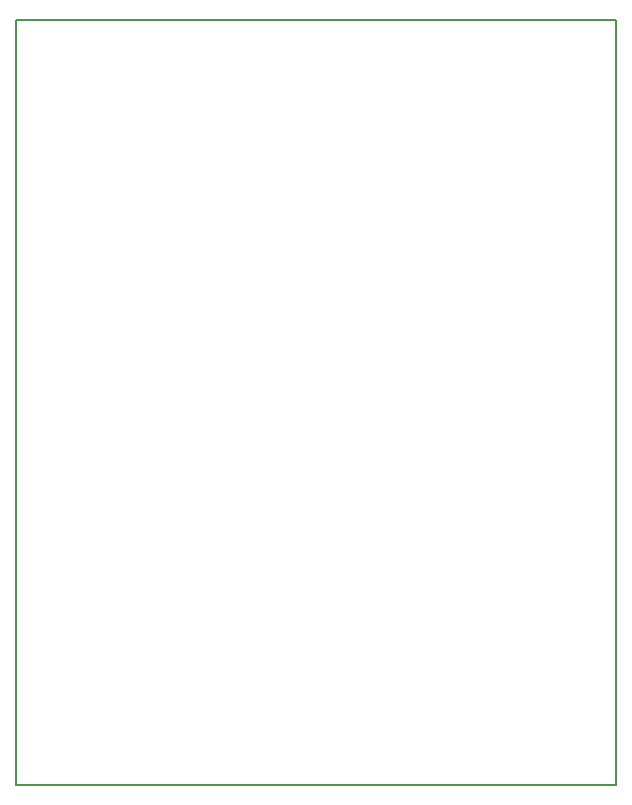
<source format=gbr>
G04 #@! TF.FileFunction,Profile,NP*
%FSLAX46Y46*%
G04 Gerber Fmt 4.6, Leading zero omitted, Abs format (unit mm)*
G04 Created by KiCad (PCBNEW 4.0.1-stable) date 2016/04/06 15:34:16*
%MOMM*%
G01*
G04 APERTURE LIST*
%ADD10C,0.100000*%
%ADD11C,0.150000*%
G04 APERTURE END LIST*
D10*
D11*
X203200000Y-134620000D02*
X203200000Y-69850000D01*
X152400000Y-134620000D02*
X203200000Y-134620000D01*
X152400000Y-69850000D02*
X152400000Y-134620000D01*
X152400000Y-69850000D02*
X203200000Y-69850000D01*
M02*

</source>
